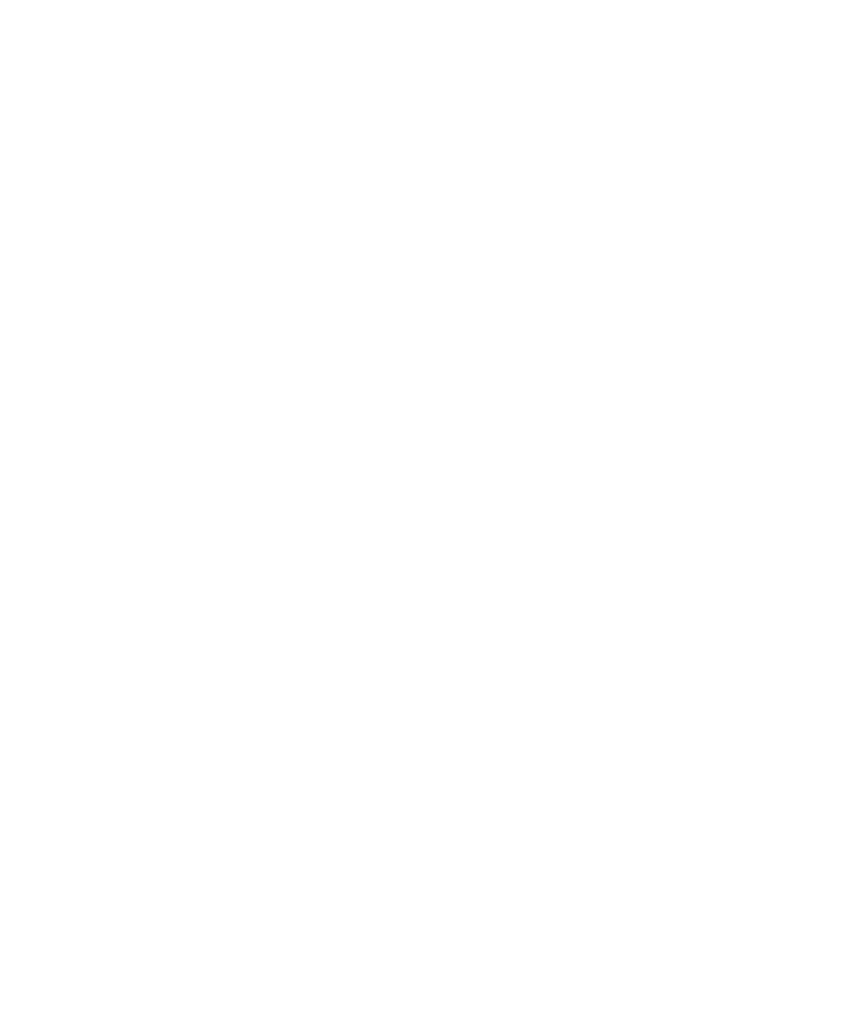
<source format=kicad_pcb>
(kicad_pcb
	(version 20240108)
	(generator "pcbnew")
	(generator_version "8.0")
	(general
		(thickness 1.6)
		(legacy_teardrops no)
	)
	(paper "A4")
	(layers
		(0 "F.Cu" signal)
		(31 "B.Cu" signal)
		(32 "B.Adhes" user "B.Adhesive")
		(33 "F.Adhes" user "F.Adhesive")
		(34 "B.Paste" user)
		(35 "F.Paste" user)
		(36 "B.SilkS" user "B.Silkscreen")
		(37 "F.SilkS" user "F.Silkscreen")
		(38 "B.Mask" user)
		(39 "F.Mask" user)
		(40 "Dwgs.User" user "User.Drawings")
		(41 "Cmts.User" user "User.Comments")
		(42 "Eco1.User" user "User.Eco1")
		(43 "Eco2.User" user "User.Eco2")
		(44 "Edge.Cuts" user)
		(45 "Margin" user)
		(46 "B.CrtYd" user "B.Courtyard")
		(47 "F.CrtYd" user "F.Courtyard")
		(48 "B.Fab" user)
		(49 "F.Fab" user)
		(50 "User.1" user)
		(51 "User.2" user)
		(52 "User.3" user)
		(53 "User.4" user)
		(54 "User.5" user)
		(55 "User.6" user)
		(56 "User.7" user)
		(57 "User.8" user)
		(58 "User.9" user)
	)
	(setup
		(pad_to_mask_clearance 0)
		(allow_soldermask_bridges_in_footprints no)
		(pcbplotparams
			(layerselection 0x00010fc_ffffffff)
			(plot_on_all_layers_selection 0x0000000_00000000)
			(disableapertmacros no)
			(usegerberextensions no)
			(usegerberattributes yes)
			(usegerberadvancedattributes yes)
			(creategerberjobfile yes)
			(dashed_line_dash_ratio 12.000000)
			(dashed_line_gap_ratio 3.000000)
			(svgprecision 4)
			(plotframeref no)
			(viasonmask no)
			(mode 1)
			(useauxorigin no)
			(hpglpennumber 1)
			(hpglpenspeed 20)
			(hpglpendiameter 15.000000)
			(pdf_front_fp_property_popups yes)
			(pdf_back_fp_property_popups yes)
			(dxfpolygonmode yes)
			(dxfimperialunits yes)
			(dxfusepcbnewfont yes)
			(psnegative no)
			(psa4output no)
			(plotreference yes)
			(plotvalue yes)
			(plotfptext yes)
			(plotinvisibletext no)
			(sketchpadsonfab no)
			(subtractmaskfromsilk no)
			(outputformat 1)
			(mirror no)
			(drillshape 1)
			(scaleselection 1)
			(outputdirectory "")
		)
	)
	(net 0 "")
	(gr_poly
		(pts
			(xy 83 121) (xy 83 83) (xy 107 83) (xy 107 99) (xy 115 99) (xy 115 121)
		)
		(stroke
			(width 0.1)
			(type solid)
		)
		(fill none)
		(layer "User.6")
		(uuid "7fefe3c8-fe62-4b08-819d-9aa2b1e822ca")
	)
)
</source>
